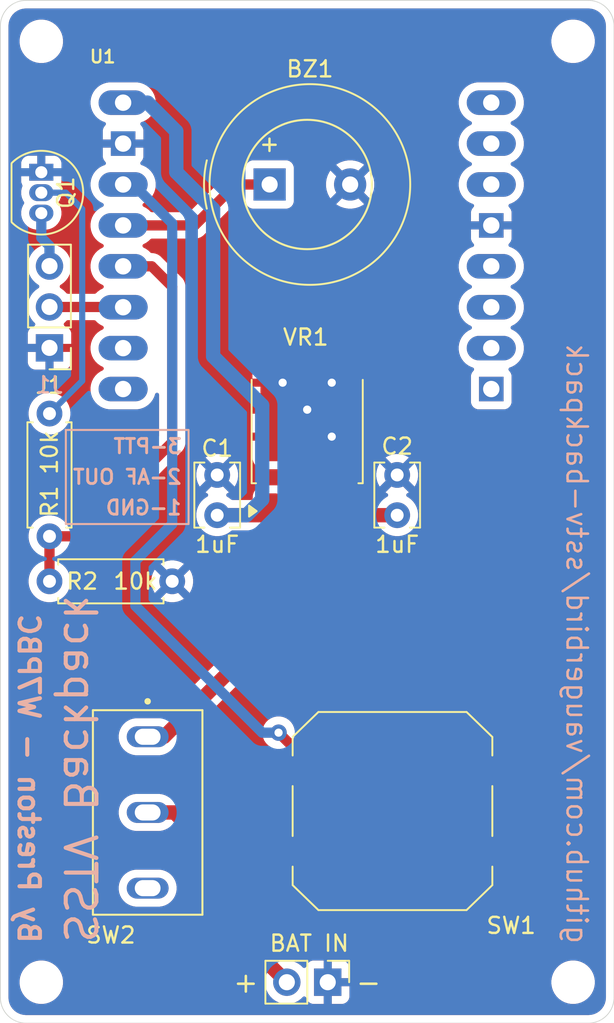
<source format=kicad_pcb>
(kicad_pcb (version 20241229) (generator "pcbnew") (generator_version "9.0")
  (title_block (title "SSTV Backpack") (date "2025-09-07") (rev "1.0"))
  (layers (0 "F.Cu" signal) (2 "B.Cu" signal) (13 "F.Paste" user) (15 "B.Paste" user) (5 "F.SilkS" user "F.Silkscreen") (7 "B.SilkS" user "B.Silkscreen") (1 "F.Mask" user) (3 "B.Mask" user) (25 "Edge.Cuts" user))
  (net 0 "")
  (net 9 "GND")
  (net 10 "+5V")
  (net 11 "/BUZZER")
  (net 12 "/8V IN")
  (net 13 "PTT")
  (net 14 "/TX OUT")
  (net 15 "/CAPTURE")
  (net 16 "/VIN")
  (net 19 "PTT_TRIG")
  (net 20 "Net-(Q1-B)")
  (footprint "Package_TO_SOT_SMD:TO-252-2" (layer "F.Cu") (at 158.75 90.17 90)
    (property "Reference" "VR1" (at 5.755 -0.09 180) (layer "F.SilkS"))
    (property "Value" "LP38693DT-5.0" (hide yes))
    (fp_line (start 3.11 -3.45) (end -3.31 -3.45) (stroke (width 0.12)) (layer "F.SilkS"))
    (fp_line (start -3.31 -3.45) (end -3.31 -3.18) (stroke (width 0.12)) (layer "F.SilkS"))
    (fp_line (start 3.11 3.45) (end -3.31 3.45) (stroke (width 0.12)) (layer "F.SilkS"))
    (fp_line (start -3.31 3.45) (end -3.31 3.18) (stroke (width 0.12)) (layer "F.SilkS"))
    (fp_poly (pts (xy -5.04 -3.14) (xy -5.38 -3.61) (xy -4.7 -3.61) (xy -5.04 -3.14)) (stroke (width 0.12)) (fill yes) (layer "F.SilkS"))
    (pad "1" smd roundrect (at -5.04 -2.28 90) (size 2.2 1.2) (layers "F.Cu" "F.Mask" "F.Paste") (roundrect_rratio 0.208333) (net 10 "+5V"))
    (pad "2" smd roundrect (at -0.415 -1.525 90) (size 3.05 2.75) (layers "F.Cu" "F.Paste") (roundrect_rratio 0.090909) (net 9 "GND"))
    (pad "2" smd roundrect (at -0.415 1.525 90) (size 3.05 2.75) (layers "F.Cu" "F.Paste") (roundrect_rratio 0.090909) (net 9 "GND"))
    (pad "2" smd roundrect (at 1.26 0 90) (size 6.4 5.8) (layers "F.Cu" "F.Mask") (roundrect_rratio 0.043103) (net 9 "GND"))
    (pad "2" smd roundrect (at 2.935 -1.525 90) (size 3.05 2.75) (layers "F.Cu" "F.Paste") (roundrect_rratio 0.090909) (net 9 "GND"))
    (pad "2" smd roundrect (at 2.935 1.525 90) (size 3.05 2.75) (layers "F.Cu" "F.Paste") (roundrect_rratio 0.090909) (net 9 "GND"))
    (pad "3" smd roundrect (at -5.04 2.28 90) (size 2.2 1.2) (layers "F.Cu" "F.Mask" "F.Paste") (roundrect_rratio 0.208333) (net 12 "/8V IN"))
  )
  (footprint "Buzzer_Beeper:Buzzer_TDK_PS1240P02BT_D12.2mm_H6.5mm" (layer "F.Cu") (at 156.417 74.93)
    (property "Reference" "BZ1" (at 2.5 -7.17 0) (layer "F.SilkS"))
    (property "Value" "Buzzer" (hide yes))
    (fp_arc (start -3.9 1.499999) (mid -4.073431 0) (end -3.9 -1.5) (stroke (width 0.12)) (layer "F.SilkS"))
    (fp_circle (center 2.5 0) (end 8.73 0) (stroke (width 0.12)) (fill no) (layer "F.SilkS"))
    (fp_text user "+" (at -0.01 -2.54 0) (layer "F.SilkS"))
    (pad "1" thru_hole rect (at 0 0) (size 2 2) (drill 1) (layers "*.Cu" "*.Mask") (net 11 "/BUZZER"))
    (pad "2" thru_hole circle (at 5 0) (size 2 2) (drill 1) (layers "*.Cu" "*.Mask") (net 9 "GND"))
  )
  (footprint "SwitchSPDT:SW_SLW-1276864-4A-D" (layer "F.Cu") (at 148.844 113.92 -90)
    (property "Reference" "SW2" (at 7.62 2.286 180) (layer "F.SilkS"))
    (property "Value" "SLW-1276864-4A-D" (hide yes))
    (fp_line (start -6.35 3.4) (end 6.35 3.4) (stroke (width 0.127)) (layer "F.SilkS"))
    (fp_line (start 6.35 3.4) (end 6.35 -3.4) (stroke (width 0.127)) (layer "F.SilkS"))
    (fp_line (start -6.35 -3.4) (end -6.35 3.4) (stroke (width 0.127)) (layer "F.SilkS"))
    (fp_line (start 6.35 -3.4) (end -6.35 -3.4) (stroke (width 0.127)) (layer "F.SilkS"))
    (fp_circle (center -6.9 0) (end -6.8 0) (stroke (width 0.2)) (fill no) (layer "F.SilkS"))
    (pad "1" thru_hole oval (at -4.7 0 270) (size 1.3 2.6) (drill oval 1 1.6) (layers "*.Cu" "*.Mask") (net 12 "/8V IN"))
    (pad "2" thru_hole oval (at 0 0 270) (size 1.3 2.6) (drill oval 1 1.6) (layers "*.Cu" "*.Mask") (net 16 "/VIN"))
    (pad "3" thru_hole oval (at 4.7 0 270) (size 1.3 2.6) (drill oval 1 1.6) (layers "*.Cu" "*.Mask"))
  )
  (footprint "ESP32-CAM:ESP32-CAM" (layer "F.Cu") (at 158.75 80.01 180)
    (property "Reference" "U1" (at 12.7 13.0175 0) (layer "F.SilkS") (effects (font (size 0.787402 0.787402))))
    (property "Value" "ESP32-CAM")
    (fp_circle (center 0 5.08) (end 4.01609 5.08) (stroke (width 0.127)) (fill no) (layer "F.SilkS"))
    (pad "P$1" thru_hole rect (at -11.43 -7.62 180) (size 1.524 1.524) (drill 1.016) (layers "*.Cu" "*.Mask"))
    (pad "P$2" thru_hole oval (at -11.43 -5.08 180) (size 3.048 1.524) (drill 1.016) (layers "*.Cu" "*.Mask"))
    (pad "P$3" thru_hole oval (at -11.43 -2.54 180) (size 3.048 1.524) (drill 1.016) (layers "*.Cu" "*.Mask"))
    (pad "P$4" thru_hole oval (at -11.43 0 180) (size 3.048 1.524) (drill 1.016) (layers "*.Cu" "*.Mask"))
    (pad "P$5" thru_hole rect (at -11.43 2.54 180) (size 1.524 1.524) (drill 1.016) (layers "*.Cu" "*.Mask") (net 9 "GND"))
    (pad "P$6" thru_hole oval (at -11.43 5.08 180) (size 3.048 1.524) (drill 1.016) (layers "*.Cu" "*.Mask"))
    (pad "P$7" thru_hole oval (at -11.43 7.62 180) (size 3.048 1.524) (drill 1.016) (layers "*.Cu" "*.Mask"))
    (pad "P$8" thru_hole oval (at -11.43 10.16 180) (size 3.048 1.524) (drill 1.016) (layers "*.Cu" "*.Mask"))
    (pad "P$9" thru_hole oval (at 11.43 10.16 180) (size 3.048 1.524) (drill 1.016) (layers "*.Cu" "*.Mask") (net 10 "+5V"))
    (pad "P$10" thru_hole rect (at 11.43 7.62 180) (size 1.524 1.524) (drill 1.016) (layers "*.Cu" "*.Mask") (net 9 "GND"))
    (pad "P$11" thru_hole oval (at 11.43 5.08 180) (size 3.048 1.524) (drill 1.016) (layers "*.Cu" "*.Mask") (net 15 "/CAPTURE"))
    (pad "P$12" thru_hole oval (at 11.43 2.54 180) (size 3.048 1.524) (drill 1.016) (layers "*.Cu" "*.Mask") (net 11 "/BUZZER"))
    (pad "P$13" thru_hole oval (at 11.43 0 180) (size 3.048 1.524) (drill 1.016) (layers "*.Cu" "*.Mask") (net 19 "PTT_TRIG"))
    (pad "P$14" thru_hole oval (at 11.43 -2.54 180) (size 3.048 1.524) (drill 1.016) (layers "*.Cu" "*.Mask") (net 14 "/TX OUT"))
    (pad "P$15" thru_hole oval (at 11.43 -5.08 180) (size 3.048 1.524) (drill 1.016) (layers "*.Cu" "*.Mask"))
    (pad "P$16" thru_hole oval (at 11.43 -7.62 180) (size 3.048 1.524) (drill 1.016) (layers "*.Cu" "*.Mask"))
  )
  (footprint "Capacitor_THT:C_Disc_D3.8mm_W2.6mm_P2.50mm" (layer "F.Cu") (at 164.338 95.464 90)
    (property "Reference" "C2" (at 4.278 0 180) (layer "F.SilkS"))
    (property "Value" "1uF" (at -1.818 0 180) (layer "F.SilkS"))
    (fp_line (start 3.27 -1.42) (end 3.27 -0.795) (stroke (width 0.12)) (layer "F.SilkS"))
    (fp_line (start -0.77 -1.42) (end 3.27 -1.42) (stroke (width 0.12)) (layer "F.SilkS"))
    (fp_line (start -0.77 -1.42) (end -0.77 -0.795) (stroke (width 0.12)) (layer "F.SilkS"))
    (fp_line (start 3.27 0.795) (end 3.27 1.42) (stroke (width 0.12)) (layer "F.SilkS"))
    (fp_line (start -0.77 0.795) (end -0.77 1.42) (stroke (width 0.12)) (layer "F.SilkS"))
    (fp_line (start -0.77 1.42) (end 3.27 1.42) (stroke (width 0.12)) (layer "F.SilkS"))
    (pad "1" thru_hole circle (at 0 0 90) (size 1.6 1.6) (drill 0.8) (layers "*.Cu" "*.Mask") (net 12 "/8V IN"))
    (pad "2" thru_hole circle (at 2.5 0 90) (size 1.6 1.6) (drill 0.8) (layers "*.Cu" "*.Mask") (net 9 "GND"))
  )
  (footprint "Connector_PinHeader_2.54mm:PinHeader_1x02_P2.54mm_Vertical" (layer "F.Cu") (at 160.025 124.46 -90)
    (property "Reference" "J2" (hide yes))
    (property "Value" "Conn_01x02_Pin" (hide yes))
    (fp_line (start -1.33 3.87) (end 1.33 3.87) (stroke (width 0.12)) (layer "F.SilkS"))
    (fp_line (start -1.33 1.27) (end -1.33 3.87) (stroke (width 0.12)) (layer "F.SilkS"))
    (fp_line (start -1.33 1.27) (end 1.33 1.27) (stroke (width 0.12)) (layer "F.SilkS"))
    (fp_line (start 1.33 1.27) (end 1.33 3.87) (stroke (width 0.12)) (layer "F.SilkS"))
    (fp_line (start -1.33 0) (end -1.33 -1.33) (stroke (width 0.12)) (layer "F.SilkS"))
    (fp_line (start -1.33 -1.33) (end 0 -1.33) (stroke (width 0.12)) (layer "F.SilkS"))
    (pad "1" thru_hole rect (at 0 0 270) (size 1.7 1.7) (drill 1) (layers "*.Cu" "*.Mask") (net 9 "GND"))
    (pad "2" thru_hole oval (at 0 2.54 270) (size 1.7 1.7) (drill 1) (layers "*.Cu" "*.Mask") (net 16 "/VIN"))
  )
  (footprint "Package_TO_SOT_THT:TO-92_Inline" (layer "F.Cu") (at 142.24 74.168 -90)
    (property "Reference" "Q1" (at 1.27 -1.524 90) (layer "F.SilkS"))
    (property "Value" "2N3904" (hide yes))
    (fp_line (start -0.53 1.85) (end 3.07 1.85) (stroke (width 0.12)) (layer "F.SilkS"))
    (fp_arc (start -0.568478 1.838478) (mid -1.132087 -0.994977) (end 1.27 -2.6) (stroke (width 0.12)) (layer "F.SilkS"))
    (fp_arc (start 1.27 -2.6) (mid 3.672087 -0.994977) (end 3.108478 1.838478) (stroke (width 0.12)) (layer "F.SilkS"))
    (pad "1" thru_hole rect (at 0 0 270) (size 1.05 1.5) (drill 0.75) (layers "*.Cu" "*.Mask") (net 9 "GND"))
    (pad "2" thru_hole oval (at 1.27 0 270) (size 1.05 1.5) (drill 0.75) (layers "*.Cu" "*.Mask") (net 20 "Net-(Q1-B)"))
    (pad "3" thru_hole oval (at 2.54 0 270) (size 1.05 1.5) (drill 0.75) (layers "*.Cu" "*.Mask") (net 13 "PTT"))
  )
  (footprint "MountingHole:MountingHole_2.2mm_M2" (layer "F.Cu") (at 175.26 66.04)
    (property "Reference" "REF**" (hide yes))
    (property "Value" "MountingHole_2.2mm_M2" (hide yes))
    (pad "" np_thru_hole circle (at 0 0) (size 2.2 2.2) (drill 2.2) (layers "*.Cu" "*.Mask"))
  )
  (footprint "MountingHole:MountingHole_2.2mm_M2" (layer "F.Cu") (at 142.24 66.04)
    (property "Reference" "REF**" (hide yes))
    (property "Value" "MountingHole_2.2mm_M2" (hide yes))
    (pad "" np_thru_hole circle (at 0 0) (size 2.2 2.2) (drill 2.2) (layers "*.Cu" "*.Mask"))
  )
  (footprint "Resistor_THT:R_Axial_DIN0207_L6.3mm_D2.5mm_P7.62mm_Horizontal" (layer "F.Cu") (at 150.368 99.568 180)
    (property "Reference" "R2" (at 5.588 0 0) (layer "F.SilkS"))
    (property "Value" "10k" (at 2.286 0 0) (layer "F.SilkS"))
    (fp_line (start 7.08 1.37) (end 7.08 1.04) (stroke (width 0.12)) (layer "F.SilkS"))
    (fp_line (start 7.08 -1.37) (end 7.08 -1.04) (stroke (width 0.12)) (layer "F.SilkS"))
    (fp_line (start 0.54 1.37) (end 7.08 1.37) (stroke (width 0.12)) (layer "F.SilkS"))
    (fp_line (start 0.54 1.04) (end 0.54 1.37) (stroke (width 0.12)) (layer "F.SilkS"))
    (fp_line (start 0.54 -1.04) (end 0.54 -1.37) (stroke (width 0.12)) (layer "F.SilkS"))
    (fp_line (start 0.54 -1.37) (end 7.08 -1.37) (stroke (width 0.12)) (layer "F.SilkS"))
    (pad "1" thru_hole circle (at 0 0 180) (size 1.6 1.6) (drill 0.8) (layers "*.Cu" "*.Mask") (net 9 "GND"))
    (pad "2" thru_hole oval (at 7.62 0 180) (size 1.6 1.6) (drill 0.8) (layers "*.Cu" "*.Mask") (net 19 "PTT_TRIG"))
  )
  (footprint "Connector_PinHeader_2.54mm:PinHeader_1x03_P2.54mm_Vertical" (layer "F.Cu") (at 142.748 85.075 180)
    (property "Reference" "J1" (at 0 -2.33 0) (layer "F.SilkS"))
    (property "Value" "Conn_01x03_Pin" (hide yes))
    (fp_line (start 1.33 1.27) (end 1.33 6.41) (stroke (width 0.12)) (layer "F.SilkS"))
    (fp_line (start -1.33 6.41) (end 1.33 6.41) (stroke (width 0.12)) (layer "F.SilkS"))
    (fp_line (start -1.33 1.27) (end 1.33 1.27) (stroke (width 0.12)) (layer "F.SilkS"))
    (fp_line (start -1.33 1.27) (end -1.33 6.41) (stroke (width 0.12)) (layer "F.SilkS"))
    (fp_line (start -1.33 0) (end -1.33 -1.33) (stroke (width 0.12)) (layer "F.SilkS"))
    (fp_line (start -1.33 -1.33) (end 0 -1.33) (stroke (width 0.12)) (layer "F.SilkS"))
    (pad "1" thru_hole rect (at 0 0 180) (size 1.7 1.7) (drill 1) (layers "*.Cu" "*.Mask") (net 9 "GND"))
    (pad "2" thru_hole oval (at 0 2.54 180) (size 1.7 1.7) (drill 1) (layers "*.Cu" "*.Mask") (net 14 "/TX OUT"))
    (pad "3" thru_hole oval (at 0 5.08 180) (size 1.7 1.7) (drill 1) (layers "*.Cu" "*.Mask") (net 13 "PTT"))
  )
  (footprint "MountingHole:MountingHole_2.2mm_M2" (layer "F.Cu") (at 175.26 124.46)
    (property "Reference" "REF**" (hide yes))
    (property "Value" "MountingHole_2.2mm_M2" (hide yes))
    (pad "" np_thru_hole circle (at 0 0) (size 2.2 2.2) (drill 2.2) (layers "*.Cu" "*.Mask"))
  )
  (footprint "Capacitor_THT:C_Disc_D3.8mm_W2.6mm_P2.50mm" (layer "F.Cu") (at 153.162 95.464 90)
    (property "Reference" "C1" (at 4.151 0 180) (layer "F.SilkS"))
    (property "Value" "1uF" (at -1.818 0 180) (layer "F.SilkS"))
    (fp_line (start 3.27 -1.42) (end 3.27 -0.795) (stroke (width 0.12)) (layer "F.SilkS"))
    (fp_line (start -0.77 -1.42) (end 3.27 -1.42) (stroke (width 0.12)) (layer "F.SilkS"))
    (fp_line (start -0.77 -1.42) (end -0.77 -0.795) (stroke (width 0.12)) (layer "F.SilkS"))
    (fp_line (start 3.27 0.795) (end 3.27 1.42) (stroke (width 0.12)) (layer "F.SilkS"))
    (fp_line (start -0.77 0.795) (end -0.77 1.42) (stroke (width 0.12)) (layer "F.SilkS"))
    (fp_line (start -0.77 1.42) (end 3.27 1.42) (stroke (width 0.12)) (layer "F.SilkS"))
    (pad "1" thru_hole circle (at 0 0 90) (size 1.6 1.6) (drill 0.8) (layers "*.Cu" "*.Mask") (net 10 "+5V"))
    (pad "2" thru_hole circle (at 2.5 0 90) (size 1.6 1.6) (drill 0.8) (layers "*.Cu" "*.Mask") (net 9 "GND"))
  )
  (footprint "Button_Switch_SMD:SW_Push_1P1T_NO_CK_PTS125Sx43PSMTR" (layer "F.Cu") (at 164.046 113.832)
    (property "Reference" "SW1" (at 7.366 7.112 0) (layer "F.SilkS"))
    (property "Value" "SW_Push" (hide yes))
    (fp_line (start -6.2 -4.6) (end -4.6 -6.15) (stroke (width 0.12)) (layer "F.SilkS"))
    (fp_line (start -6.2 -3.45) (end -6.2 -4.6) (stroke (width 0.12)) (layer "F.SilkS"))
    (fp_line (start -6.2 -1.55) (end -6.2 1.55) (stroke (width 0.12)) (layer "F.SilkS"))
    (fp_line (start -6.2 3.45) (end -6.2 4.6) (stroke (width 0.12)) (layer "F.SilkS"))
    (fp_line (start -6.2 4.6) (end -4.6 6.15) (stroke (width 0.12)) (layer "F.SilkS"))
    (fp_line (start -4.6 -6.15) (end 4.6 -6.15) (stroke (width 0.12)) (layer "F.SilkS"))
    (fp_line (start -4.6 6.15) (end 4.6 6.15) (stroke (width 0.12)) (layer "F.SilkS"))
    (fp_line (start 4.6 -6.15) (end 6.2 -4.6) (stroke (width 0.12)) (layer "F.SilkS"))
    (fp_line (start 4.6 6.15) (end 6.2 4.6) (stroke (width 0.12)) (layer "F.SilkS"))
    (fp_line (start 6.2 -3.45) (end 6.2 -4.6) (stroke (width 0.12)) (layer "F.SilkS"))
    (fp_line (start 6.2 -1.55) (end 6.2 1.55) (stroke (width 0.12)) (layer "F.SilkS"))
    (fp_line (start 6.2 3.45) (end 6.2 4.6) (stroke (width 0.12)) (layer "F.SilkS"))
    (pad "1" smd rect (at -7.15 -2.5) (size 2 1.5) (layers "F.Cu" "F.Mask" "F.Paste") (net 15 "/CAPTURE"))
    (pad "1" smd rect (at 7.15 -2.5) (size 2 1.5) (layers "F.Cu" "F.Mask" "F.Paste") (net 15 "/CAPTURE"))
    (pad "2" smd rect (at -7.15 2.5) (size 2 1.5) (layers "F.Cu" "F.Mask" "F.Paste") (net 9 "GND"))
    (pad "2" smd rect (at 7.15 2.5) (size 2 1.5) (layers "F.Cu" "F.Mask" "F.Paste") (net 9 "GND"))
  )
  (footprint "MountingHole:MountingHole_2.2mm_M2" (layer "F.Cu") (at 142.24 124.46)
    (property "Reference" "REF**" (hide yes))
    (property "Value" "MountingHole_2.2mm_M2" (hide yes))
    (pad "" np_thru_hole circle (at 0 0) (size 2.2 2.2) (drill 2.2) (layers "*.Cu" "*.Mask"))
  )
  (footprint "Resistor_THT:R_Axial_DIN0207_L6.3mm_D2.5mm_P7.62mm_Horizontal" (layer "F.Cu") (at 142.748 96.774 90)
    (property "Reference" "R1" (hide yes))
    (property "Value" "10k" (at 5.206 0 90) (layer "F.SilkS"))
    (fp_line (start 7.08 -1.37) (end 7.08 -1.04) (stroke (width 0.12)) (layer "F.SilkS"))
    (fp_line (start 0.54 -1.37) (end 7.08 -1.37) (stroke (width 0.12)) (layer "F.SilkS"))
    (fp_line (start 0.54 -1.04) (end 0.54 -1.37) (stroke (width 0.12)) (layer "F.SilkS"))
    (fp_line (start 0.54 1.04) (end 0.54 1.37) (stroke (width 0.12)) (layer "F.SilkS"))
    (fp_line (start 7.08 1.37) (end 7.08 1.04) (stroke (width 0.12)) (layer "F.SilkS"))
    (fp_line (start 0.54 1.37) (end 7.08 1.37) (stroke (width 0.12)) (layer "F.SilkS"))
    (fp_text user "${REFERENCE}" (at 2.158 0 90) (layer "F.SilkS"))
    (pad "1" thru_hole circle (at 0 0 90) (size 1.6 1.6) (drill 0.8) (layers "*.Cu" "*.Mask") (net 19 "PTT_TRIG"))
    (pad "2" thru_hole oval (at 7.62 0 90) (size 1.6 1.6) (drill 0.8) (layers "*.Cu" "*.Mask") (net 20 "Net-(Q1-B)"))
  )
  (gr_rect (start 143.764 90.17) (end 151.384 96.012) (stroke (width 0.127)) (fill no) (layer "B.SilkS"))
  (gr_line (start 176.2125 127) (end 141.2875 127) (stroke (width 0.05)) (layer "Edge.Cuts"))
  (gr_arc (start 141.2875 127) (mid 140.164968 126.535032) (end 139.7 125.4125) (stroke (width 0.05)) (layer "Edge.Cuts"))
  (gr_line (start 141.2875 63.5) (end 176.2125 63.5) (stroke (width 0.05)) (layer "Edge.Cuts"))
  (gr_arc (start 176.2125 63.5) (mid 177.335032 63.964968) (end 177.8 65.0875) (stroke (width 0.05)) (layer "Edge.Cuts"))
  (gr_arc (start 177.8 125.4125) (mid 177.335032 126.535032) (end 176.2125 127) (stroke (width 0.05)) (layer "Edge.Cuts"))
  (gr_line (start 177.8 65.0875) (end 177.8 125.4125) (stroke (width 0.05)) (layer "Edge.Cuts"))
  (gr_arc (start 139.7 65.0875) (mid 140.164968 63.964968) (end 141.2875 63.5) (stroke (width 0.05)) (layer "Edge.Cuts"))
  (gr_line (start 139.7 125.4125) (end 139.7 65.0875) (stroke (width 0.05)) (layer "Edge.Cuts"))
  (gr_text "+" (at 154.94 124.46 0) (layer "F.SilkS") (effects (font (size 1.27 1.27) (thickness 0.15875))))
  (gr_text "BAT IN" (at 158.877 122.047 0) (layer "F.SilkS") (effects (font (size 1 1))))
  (gr_text "-" (at 162.56 124.46 0) (layer "F.SilkS") (effects (font (size 1.27 1.27) (thickness 0.15875))))
  (gr_text "1-GND" (at 148.59 94.996 0) (layer "B.SilkS") (effects (font (size 0.889 0.889) (thickness 0.1778) (bold yes)) (justify mirror)))
  (gr_text "By Preston - W7PBC" (at 140.716 122.174 270) (layer "B.SilkS") (effects (font (size 1.27 1.27) (thickness 0.254) (bold yes)) (justify left bottom mirror)))
  (gr_text "3-PTT" (at 148.844 91.186 0) (layer "B.SilkS") (effects (font (size 0.889 0.889) (thickness 0.1778) (bold yes)) (justify mirror)))
  (gr_text "github.com/vaugerbird/sstv-backpack" (at 174.752 122.174 270) (layer "B.SilkS") (effects (font (size 1.27 1.27) (thickness 0.15875)) (justify left bottom mirror)))
  (gr_text "2-AF OUT" (at 147.574 93.091 0) (layer "B.SilkS") (effects (font (size 0.889 0.889) (thickness 0.1778) (bold yes)) (justify mirror)))
  (gr_text "SSTV Backpack" (at 143.51 122.174 270) (layer "B.SilkS") (effects (font (size 1.905 1.905) (thickness 0.254)) (justify left bottom mirror)))
  (gr_text "J1" (at 142.748 87.376 0) (layer "B.SilkS") (effects (font (size 1 1)) (justify mirror)))
  (via (at 157.225 87.235) (size 1.016) (drill 0.508) (layers "F.Cu" "B.Cu") (net 9))
  (via (at 160.275 90.585) (size 1.016) (drill 0.508) (layers "F.Cu" "B.Cu") (net 9))
  (via (at 160.275 87.235) (size 1.016) (drill 0.508) (layers "F.Cu" "B.Cu") (net 9))
  (via (at 158.75 88.91) (size 1.016) (drill 0.508) (layers "F.Cu" "B.Cu") (net 9))
  (via (at 158.75 88.91) (size 1.016) (drill 0.508) (layers "F.Cu" "B.Cu") (net 9))
  (segment (start 153.162 95.464) (end 156.216 95.464) (width 0.889) (layer "F.Cu") (net 10))
  (segment (start 156.216 95.464) (end 156.47 95.21) (width 0.889) (layer "F.Cu") (net 10))
  (segment (start 154.98 95.464) (end 155.956 94.488) (width 0.889) (layer "B.Cu") (net 10))
  (segment (start 150.622 74.168) (end 150.622 71.628) (width 0.889) (layer "B.Cu") (net 10))
  (segment (start 150.622 71.628) (end 148.844 69.85) (width 0.889) (layer "B.Cu") (net 10))
  (segment (start 152.908 76.454) (end 150.622 74.168) (width 0.889) (layer "B.Cu") (net 10))
  (segment (start 153.162 95.464) (end 154.98 95.464) (width 0.889) (layer "B.Cu") (net 10))
  (segment (start 152.908 85.598) (end 152.908 76.454) (width 0.889) (layer "B.Cu") (net 10))
  (segment (start 155.956 94.488) (end 155.956 88.646) (width 0.889) (layer "B.Cu") (net 10))
  (segment (start 148.844 69.85) (end 147.32 69.85) (width 0.889) (layer "B.Cu") (net 10))
  (segment (start 155.956 88.646) (end 152.908 85.598) (width 0.889) (layer "B.Cu") (net 10))
  (segment (start 156.417 74.93) (end 154.305 74.93) (width 0.635) (layer "F.Cu") (net 11))
  (segment (start 151.765 77.47) (end 147.32 77.47) (width 0.635) (layer "F.Cu") (net 11))
  (segment (start 154.305 74.93) (end 151.765 77.47) (width 0.635) (layer "F.Cu") (net 11))
  (segment (start 149.86 109.22) (end 158.75 100.33) (width 0.889) (layer "F.Cu") (net 12))
  (segment (start 158.75 100.33) (end 158.75 98.806) (width 0.889) (layer "F.Cu") (net 12))
  (segment (start 161.03 96.526) (end 161.03 95.21) (width 0.889) (layer "F.Cu") (net 12))
  (segment (start 148.844 109.22) (end 149.86 109.22) (width 0.889) (layer "F.Cu") (net 12))
  (segment (start 161.284 95.464) (end 161.03 95.21) (width 0.889) (layer "F.Cu") (net 12))
  (segment (start 158.75 98.806) (end 161.03 96.526) (width 0.889) (layer "F.Cu") (net 12))
  (segment (start 164.338 95.464) (end 161.284 95.464) (width 0.889) (layer "F.Cu") (net 12))
  (segment (start 142.24 78.232) (end 142.748 78.74) (width 0.635) (layer "B.Cu") (net 13))
  (segment (start 142.748 78.74) (end 142.748 79.995) (width 0.635) (layer "B.Cu") (net 13))
  (segment (start 142.24 76.708) (end 142.24 78.232) (width 0.635) (layer "B.Cu") (net 13))
  (segment (start 142.748 82.535) (end 147.305 82.535) (width 0.635) (layer "F.Cu") (net 14))
  (segment (start 147.305 82.535) (end 147.32 82.55) (width 0.635) (layer "F.Cu") (net 14))
  (segment (start 156.896 111.332) (end 159.338 111.332) (width 0.635) (layer "F.Cu") (net 15))
  (segment (start 156.972 108.966) (end 159.338 111.332) (width 0.635) (layer "F.Cu") (net 15))
  (segment (start 159.338 111.332) (end 171.196 111.332) (width 0.635) (layer "F.Cu") (net 15))
  (via (at 156.972 108.966) (size 1.016) (drill 0.508) (layers "F.Cu" "B.Cu") (net 15))
  (segment (start 147.32 74.93) (end 147.955 74.93) (width 0.635) (layer "B.Cu") (net 15))
  (segment (start 155.956 108.966) (end 156.972 108.966) (width 0.635) (layer "B.Cu") (net 15))
  (segment (start 148.082 101.092) (end 155.956 108.966) (width 0.635) (layer "B.Cu") (net 15))
  (segment (start 150.368 96.012) (end 148.082 98.298) (width 0.635) (layer "B.Cu") (net 15))
  (segment (start 148.082 98.298) (end 148.082 101.092) (width 0.635) (layer "B.Cu") (net 15))
  (segment (start 147.955 74.93) (end 150.368 77.343) (width 0.635) (layer "B.Cu") (net 15))
  (segment (start 150.368 77.343) (end 150.368 96.012) (width 0.635) (layer "B.Cu") (net 15))
  (segment (start 152.908 116.332) (end 150.496 113.92) (width 0.889) (layer "F.Cu") (net 16))
  (segment (start 152.908 119.888) (end 152.913 119.888) (width 0.889) (layer "F.Cu") (net 16))
  (segment (start 152.908 119.888) (end 152.908 116.332) (width 0.889) (layer "F.Cu") (net 16))
  (segment (start 150.496 113.92) (end 148.844 113.92) (width 0.889) (layer "F.Cu") (net 16))
  (segment (start 152.913 119.888) (end 157.485 124.46) (width 0.889) (layer "F.Cu") (net 16))
  (segment (start 150.368 81.28) (end 149.098 80.01) (width 0.635) (layer "F.Cu") (net 19))
  (segment (start 149.098 80.01) (end 147.32 80.01) (width 0.635) (layer "F.Cu") (net 19))
  (segment (start 142.748 99.568) (end 142.748 96.774) (width 0.635) (layer "F.Cu") (net 19))
  (segment (start 150.368 90.932) (end 150.368 81.28) (width 0.635) (layer "F.Cu") (net 19))
  (segment (start 147.305 79.995) (end 147.32 80.01) (width 0.635) (layer "F.Cu") (net 19))
  (segment (start 142.748 96.774) (end 144.526 96.774) (width 0.635) (layer "F.Cu") (net 19))
  (segment (start 144.526 96.774) (end 150.368 90.932) (width 0.635) (layer "F.Cu") (net 19))
  (segment (start 143.764 75.438) (end 142.24 75.438) (width 0.381) (layer "B.Cu") (net 20))
  (segment (start 144.78 76.454) (end 143.764 75.438) (width 0.381) (layer "B.Cu") (net 20))
  (segment (start 144.78 87.122) (end 144.78 76.454) (width 0.381) (layer "B.Cu") (net 20))
  (segment (start 142.748 89.154) (end 144.78 87.122) (width 0.381) (layer "B.Cu") (net 20))
  (zone (net 9) (net_name "GND") (layer "F.Cu") (connect_pads (clearance 0.5)) (min_thickness 0.25) (fill yes (thermal_gap 0.5) (thermal_bridge_width 0.5) (smoothing fillet) (radius 1.5875))
    (polygon (pts (xy 139.7 63.5) (xy 177.8 63.5) (xy 177.8 127) (xy 139.7 127)))
  )
  (zone (net 9) (net_name "GND") (layer "B.Cu") (priority 1) (connect_pads (clearance 0.5)) (min_thickness 0.25) (fill yes (thermal_gap 0.5) (thermal_bridge_width 0.5) (smoothing fillet) (radius 1.5875))
    (polygon (pts (xy 139.7 63.5) (xy 177.8 63.5) (xy 177.8 127) (xy 139.7 127)))
  )
)
</source>
